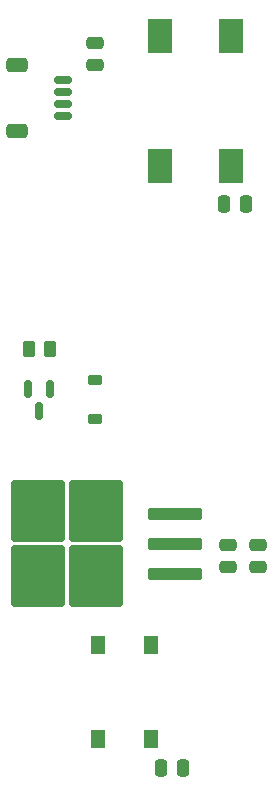
<source format=gbr>
%TF.GenerationSoftware,KiCad,Pcbnew,8.0.8*%
%TF.CreationDate,2025-01-26T19:36:25-06:00*%
%TF.ProjectId,ptSolar-Breakout,7074536f-6c61-4722-9d42-7265616b6f75,rev?*%
%TF.SameCoordinates,Original*%
%TF.FileFunction,Paste,Top*%
%TF.FilePolarity,Positive*%
%FSLAX46Y46*%
G04 Gerber Fmt 4.6, Leading zero omitted, Abs format (unit mm)*
G04 Created by KiCad (PCBNEW 8.0.8) date 2025-01-26 19:36:25*
%MOMM*%
%LPD*%
G01*
G04 APERTURE LIST*
G04 Aperture macros list*
%AMRoundRect*
0 Rectangle with rounded corners*
0 $1 Rounding radius*
0 $2 $3 $4 $5 $6 $7 $8 $9 X,Y pos of 4 corners*
0 Add a 4 corners polygon primitive as box body*
4,1,4,$2,$3,$4,$5,$6,$7,$8,$9,$2,$3,0*
0 Add four circle primitives for the rounded corners*
1,1,$1+$1,$2,$3*
1,1,$1+$1,$4,$5*
1,1,$1+$1,$6,$7*
1,1,$1+$1,$8,$9*
0 Add four rect primitives between the rounded corners*
20,1,$1+$1,$2,$3,$4,$5,0*
20,1,$1+$1,$4,$5,$6,$7,0*
20,1,$1+$1,$6,$7,$8,$9,0*
20,1,$1+$1,$8,$9,$2,$3,0*%
G04 Aperture macros list end*
%ADD10R,1.300000X1.550000*%
%ADD11RoundRect,0.225000X-0.375000X0.225000X-0.375000X-0.225000X0.375000X-0.225000X0.375000X0.225000X0*%
%ADD12RoundRect,0.250000X2.050000X0.300000X-2.050000X0.300000X-2.050000X-0.300000X2.050000X-0.300000X0*%
%ADD13RoundRect,0.250000X2.025000X2.375000X-2.025000X2.375000X-2.025000X-2.375000X2.025000X-2.375000X0*%
%ADD14RoundRect,0.250000X0.262500X0.450000X-0.262500X0.450000X-0.262500X-0.450000X0.262500X-0.450000X0*%
%ADD15RoundRect,0.150000X-0.150000X0.587500X-0.150000X-0.587500X0.150000X-0.587500X0.150000X0.587500X0*%
%ADD16R,2.000000X3.000000*%
%ADD17RoundRect,0.150000X-0.625000X0.150000X-0.625000X-0.150000X0.625000X-0.150000X0.625000X0.150000X0*%
%ADD18RoundRect,0.250000X-0.650000X0.350000X-0.650000X-0.350000X0.650000X-0.350000X0.650000X0.350000X0*%
%ADD19RoundRect,0.250000X-0.475000X0.250000X-0.475000X-0.250000X0.475000X-0.250000X0.475000X0.250000X0*%
%ADD20RoundRect,0.250000X0.475000X-0.250000X0.475000X0.250000X-0.475000X0.250000X-0.475000X-0.250000X0*%
%ADD21RoundRect,0.250000X0.250000X0.475000X-0.250000X0.475000X-0.250000X-0.475000X0.250000X-0.475000X0*%
%ADD22RoundRect,0.250000X-0.250000X-0.475000X0.250000X-0.475000X0.250000X0.475000X-0.250000X0.475000X0*%
G04 APERTURE END LIST*
D10*
%TO.C,SW2*%
X156250000Y-122025000D03*
X156250000Y-129975000D03*
X151750000Y-122025000D03*
X151750000Y-129975000D03*
%TD*%
D11*
%TO.C,D1*%
X151500000Y-99600000D03*
X151500000Y-102900000D03*
%TD*%
D12*
%TO.C,U1*%
X158250000Y-116000000D03*
X158250000Y-113460000D03*
D13*
X151525000Y-116235000D03*
X151525000Y-110685000D03*
X146675000Y-116235000D03*
X146675000Y-110685000D03*
D12*
X158250000Y-110920000D03*
%TD*%
D14*
%TO.C,R1*%
X147662500Y-97000000D03*
X145837500Y-97000000D03*
%TD*%
D15*
%TO.C,Q1*%
X147700000Y-100375000D03*
X145800000Y-100375000D03*
X146750000Y-102250000D03*
%TD*%
D16*
%TO.C,J6*%
X163000000Y-81500000D03*
X157000000Y-81500000D03*
X157000000Y-70500000D03*
X163000000Y-70500000D03*
%TD*%
D17*
%TO.C,J2*%
X148750000Y-74250000D03*
X148750000Y-75250000D03*
X148750000Y-76250000D03*
X148750000Y-77250000D03*
D18*
X144875000Y-72950000D03*
X144875000Y-78550000D03*
%TD*%
D19*
%TO.C,C6*%
X162750000Y-113550000D03*
X162750000Y-115450000D03*
%TD*%
D20*
%TO.C,C5*%
X151500000Y-72950000D03*
X151500000Y-71050000D03*
%TD*%
D21*
%TO.C,C4*%
X158950000Y-132500000D03*
X157050000Y-132500000D03*
%TD*%
D19*
%TO.C,C3*%
X165250000Y-113550000D03*
X165250000Y-115450000D03*
%TD*%
D22*
%TO.C,C2*%
X162350000Y-84750000D03*
X164250000Y-84750000D03*
%TD*%
M02*

</source>
